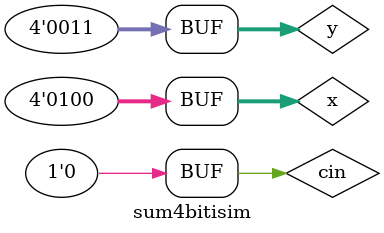
<source format=v>
`timescale 1ns / 1ps

module sum4bitisim( );

reg cin;
reg [3:0] x, y;
wire [3:0] sum;
wire P, G;

sumator4biti sumator(x, y, cin, P, G, sum);
initial begin
  x = 0; y = 0; cin = 0;
  #50 x = 7; y = 8; cin = 0;
  #50 x = 3; y = 2; cin = 0; 
  #50 x = 2; y = 1; cin = 0;
  #50 x = 4; y = 3; cin = 0; 
end
endmodule

</source>
